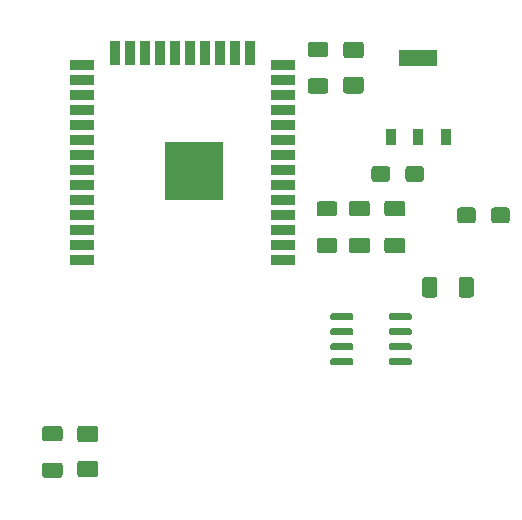
<source format=gbr>
%TF.GenerationSoftware,KiCad,Pcbnew,5.1.10-88a1d61d58~88~ubuntu20.04.1*%
%TF.CreationDate,2021-10-09T14:41:35+11:00*%
%TF.ProjectId,reva,72657661-2e6b-4696-9361-645f70636258,rev?*%
%TF.SameCoordinates,Original*%
%TF.FileFunction,Paste,Top*%
%TF.FilePolarity,Positive*%
%FSLAX46Y46*%
G04 Gerber Fmt 4.6, Leading zero omitted, Abs format (unit mm)*
G04 Created by KiCad (PCBNEW 5.1.10-88a1d61d58~88~ubuntu20.04.1) date 2021-10-09 14:41:35*
%MOMM*%
%LPD*%
G01*
G04 APERTURE LIST*
%ADD10R,2.000000X0.900000*%
%ADD11R,0.900000X2.000000*%
%ADD12R,5.000000X5.000000*%
%ADD13R,3.250000X1.350000*%
%ADD14R,0.950000X1.350000*%
G04 APERTURE END LIST*
%TO.C,C4*%
G36*
G01*
X170850000Y-101074999D02*
X170850000Y-101925001D01*
G75*
G02*
X170600001Y-102175000I-249999J0D01*
G01*
X169524999Y-102175000D01*
G75*
G02*
X169275000Y-101925001I0J249999D01*
G01*
X169275000Y-101074999D01*
G75*
G02*
X169524999Y-100825000I249999J0D01*
G01*
X170600001Y-100825000D01*
G75*
G02*
X170850000Y-101074999I0J-249999D01*
G01*
G37*
G36*
G01*
X173725000Y-101074999D02*
X173725000Y-101925001D01*
G75*
G02*
X173475001Y-102175000I-249999J0D01*
G01*
X172399999Y-102175000D01*
G75*
G02*
X172150000Y-101925001I0J249999D01*
G01*
X172150000Y-101074999D01*
G75*
G02*
X172399999Y-100825000I249999J0D01*
G01*
X173475001Y-100825000D01*
G75*
G02*
X173725000Y-101074999I0J-249999D01*
G01*
G37*
%TD*%
%TO.C,C3*%
G36*
G01*
X163600000Y-97574999D02*
X163600000Y-98425001D01*
G75*
G02*
X163350001Y-98675000I-249999J0D01*
G01*
X162274999Y-98675000D01*
G75*
G02*
X162025000Y-98425001I0J249999D01*
G01*
X162025000Y-97574999D01*
G75*
G02*
X162274999Y-97325000I249999J0D01*
G01*
X163350001Y-97325000D01*
G75*
G02*
X163600000Y-97574999I0J-249999D01*
G01*
G37*
G36*
G01*
X166475000Y-97574999D02*
X166475000Y-98425001D01*
G75*
G02*
X166225001Y-98675000I-249999J0D01*
G01*
X165149999Y-98675000D01*
G75*
G02*
X164900000Y-98425001I0J249999D01*
G01*
X164900000Y-97574999D01*
G75*
G02*
X165149999Y-97325000I249999J0D01*
G01*
X166225001Y-97325000D01*
G75*
G02*
X166475000Y-97574999I0J-249999D01*
G01*
G37*
%TD*%
D10*
%TO.C,U1*%
X137500000Y-105255000D03*
X137500000Y-103985000D03*
X137500000Y-102715000D03*
X137500000Y-101445000D03*
X137500000Y-100175000D03*
X137500000Y-98905000D03*
X137500000Y-97635000D03*
X137500000Y-96365000D03*
X137500000Y-95095000D03*
X137500000Y-93825000D03*
X137500000Y-92555000D03*
X137500000Y-91285000D03*
X137500000Y-90015000D03*
X137500000Y-88745000D03*
D11*
X140285000Y-87745000D03*
X141555000Y-87745000D03*
X142825000Y-87745000D03*
X144095000Y-87745000D03*
X145365000Y-87745000D03*
X146635000Y-87745000D03*
X147905000Y-87745000D03*
X149175000Y-87745000D03*
X150445000Y-87745000D03*
X151715000Y-87745000D03*
D10*
X154500000Y-88745000D03*
X154500000Y-90015000D03*
X154500000Y-91285000D03*
X154500000Y-92555000D03*
X154500000Y-93825000D03*
X154500000Y-95095000D03*
X154500000Y-96365000D03*
X154500000Y-97635000D03*
X154500000Y-98905000D03*
X154500000Y-100175000D03*
X154500000Y-101445000D03*
X154500000Y-102715000D03*
X154500000Y-103985000D03*
X154500000Y-105255000D03*
D12*
X147000000Y-97755000D03*
%TD*%
%TO.C,R4*%
G36*
G01*
X134374999Y-122450000D02*
X135625001Y-122450000D01*
G75*
G02*
X135875000Y-122699999I0J-249999D01*
G01*
X135875000Y-123500001D01*
G75*
G02*
X135625001Y-123750000I-249999J0D01*
G01*
X134374999Y-123750000D01*
G75*
G02*
X134125000Y-123500001I0J249999D01*
G01*
X134125000Y-122699999D01*
G75*
G02*
X134374999Y-122450000I249999J0D01*
G01*
G37*
G36*
G01*
X134374999Y-119350000D02*
X135625001Y-119350000D01*
G75*
G02*
X135875000Y-119599999I0J-249999D01*
G01*
X135875000Y-120400001D01*
G75*
G02*
X135625001Y-120650000I-249999J0D01*
G01*
X134374999Y-120650000D01*
G75*
G02*
X134125000Y-120400001I0J249999D01*
G01*
X134125000Y-119599999D01*
G75*
G02*
X134374999Y-119350000I249999J0D01*
G01*
G37*
%TD*%
%TO.C,D2*%
G36*
G01*
X138625000Y-120725000D02*
X137375000Y-120725000D01*
G75*
G02*
X137125000Y-120475000I0J250000D01*
G01*
X137125000Y-119550000D01*
G75*
G02*
X137375000Y-119300000I250000J0D01*
G01*
X138625000Y-119300000D01*
G75*
G02*
X138875000Y-119550000I0J-250000D01*
G01*
X138875000Y-120475000D01*
G75*
G02*
X138625000Y-120725000I-250000J0D01*
G01*
G37*
G36*
G01*
X138625000Y-123700000D02*
X137375000Y-123700000D01*
G75*
G02*
X137125000Y-123450000I0J250000D01*
G01*
X137125000Y-122525000D01*
G75*
G02*
X137375000Y-122275000I250000J0D01*
G01*
X138625000Y-122275000D01*
G75*
G02*
X138875000Y-122525000I0J-250000D01*
G01*
X138875000Y-123450000D01*
G75*
G02*
X138625000Y-123700000I-250000J0D01*
G01*
G37*
%TD*%
%TO.C,R2*%
G36*
G01*
X158125001Y-88100000D02*
X156874999Y-88100000D01*
G75*
G02*
X156625000Y-87850001I0J249999D01*
G01*
X156625000Y-87049999D01*
G75*
G02*
X156874999Y-86800000I249999J0D01*
G01*
X158125001Y-86800000D01*
G75*
G02*
X158375000Y-87049999I0J-249999D01*
G01*
X158375000Y-87850001D01*
G75*
G02*
X158125001Y-88100000I-249999J0D01*
G01*
G37*
G36*
G01*
X158125001Y-91200000D02*
X156874999Y-91200000D01*
G75*
G02*
X156625000Y-90950001I0J249999D01*
G01*
X156625000Y-90149999D01*
G75*
G02*
X156874999Y-89900000I249999J0D01*
G01*
X158125001Y-89900000D01*
G75*
G02*
X158375000Y-90149999I0J-249999D01*
G01*
X158375000Y-90950001D01*
G75*
G02*
X158125001Y-91200000I-249999J0D01*
G01*
G37*
%TD*%
%TO.C,D1*%
G36*
G01*
X159875000Y-89775000D02*
X161125000Y-89775000D01*
G75*
G02*
X161375000Y-90025000I0J-250000D01*
G01*
X161375000Y-90950000D01*
G75*
G02*
X161125000Y-91200000I-250000J0D01*
G01*
X159875000Y-91200000D01*
G75*
G02*
X159625000Y-90950000I0J250000D01*
G01*
X159625000Y-90025000D01*
G75*
G02*
X159875000Y-89775000I250000J0D01*
G01*
G37*
G36*
G01*
X159875000Y-86800000D02*
X161125000Y-86800000D01*
G75*
G02*
X161375000Y-87050000I0J-250000D01*
G01*
X161375000Y-87975000D01*
G75*
G02*
X161125000Y-88225000I-250000J0D01*
G01*
X159875000Y-88225000D01*
G75*
G02*
X159625000Y-87975000I0J250000D01*
G01*
X159625000Y-87050000D01*
G75*
G02*
X159875000Y-86800000I250000J0D01*
G01*
G37*
%TD*%
D13*
%TO.C,IC1*%
X166000000Y-88150000D03*
D14*
X168300000Y-94850000D03*
X166000000Y-94850000D03*
X163700000Y-94850000D03*
%TD*%
%TO.C,R3*%
G36*
G01*
X169400000Y-108225001D02*
X169400000Y-106974999D01*
G75*
G02*
X169649999Y-106725000I249999J0D01*
G01*
X170450001Y-106725000D01*
G75*
G02*
X170700000Y-106974999I0J-249999D01*
G01*
X170700000Y-108225001D01*
G75*
G02*
X170450001Y-108475000I-249999J0D01*
G01*
X169649999Y-108475000D01*
G75*
G02*
X169400000Y-108225001I0J249999D01*
G01*
G37*
G36*
G01*
X166300000Y-108225001D02*
X166300000Y-106974999D01*
G75*
G02*
X166549999Y-106725000I249999J0D01*
G01*
X167350001Y-106725000D01*
G75*
G02*
X167600000Y-106974999I0J-249999D01*
G01*
X167600000Y-108225001D01*
G75*
G02*
X167350001Y-108475000I-249999J0D01*
G01*
X166549999Y-108475000D01*
G75*
G02*
X166300000Y-108225001I0J249999D01*
G01*
G37*
%TD*%
%TO.C,U2*%
G36*
G01*
X163500000Y-110245000D02*
X163500000Y-109945000D01*
G75*
G02*
X163650000Y-109795000I150000J0D01*
G01*
X165300000Y-109795000D01*
G75*
G02*
X165450000Y-109945000I0J-150000D01*
G01*
X165450000Y-110245000D01*
G75*
G02*
X165300000Y-110395000I-150000J0D01*
G01*
X163650000Y-110395000D01*
G75*
G02*
X163500000Y-110245000I0J150000D01*
G01*
G37*
G36*
G01*
X163500000Y-111515000D02*
X163500000Y-111215000D01*
G75*
G02*
X163650000Y-111065000I150000J0D01*
G01*
X165300000Y-111065000D01*
G75*
G02*
X165450000Y-111215000I0J-150000D01*
G01*
X165450000Y-111515000D01*
G75*
G02*
X165300000Y-111665000I-150000J0D01*
G01*
X163650000Y-111665000D01*
G75*
G02*
X163500000Y-111515000I0J150000D01*
G01*
G37*
G36*
G01*
X163500000Y-112785000D02*
X163500000Y-112485000D01*
G75*
G02*
X163650000Y-112335000I150000J0D01*
G01*
X165300000Y-112335000D01*
G75*
G02*
X165450000Y-112485000I0J-150000D01*
G01*
X165450000Y-112785000D01*
G75*
G02*
X165300000Y-112935000I-150000J0D01*
G01*
X163650000Y-112935000D01*
G75*
G02*
X163500000Y-112785000I0J150000D01*
G01*
G37*
G36*
G01*
X163500000Y-114055000D02*
X163500000Y-113755000D01*
G75*
G02*
X163650000Y-113605000I150000J0D01*
G01*
X165300000Y-113605000D01*
G75*
G02*
X165450000Y-113755000I0J-150000D01*
G01*
X165450000Y-114055000D01*
G75*
G02*
X165300000Y-114205000I-150000J0D01*
G01*
X163650000Y-114205000D01*
G75*
G02*
X163500000Y-114055000I0J150000D01*
G01*
G37*
G36*
G01*
X158550000Y-114055000D02*
X158550000Y-113755000D01*
G75*
G02*
X158700000Y-113605000I150000J0D01*
G01*
X160350000Y-113605000D01*
G75*
G02*
X160500000Y-113755000I0J-150000D01*
G01*
X160500000Y-114055000D01*
G75*
G02*
X160350000Y-114205000I-150000J0D01*
G01*
X158700000Y-114205000D01*
G75*
G02*
X158550000Y-114055000I0J150000D01*
G01*
G37*
G36*
G01*
X158550000Y-112785000D02*
X158550000Y-112485000D01*
G75*
G02*
X158700000Y-112335000I150000J0D01*
G01*
X160350000Y-112335000D01*
G75*
G02*
X160500000Y-112485000I0J-150000D01*
G01*
X160500000Y-112785000D01*
G75*
G02*
X160350000Y-112935000I-150000J0D01*
G01*
X158700000Y-112935000D01*
G75*
G02*
X158550000Y-112785000I0J150000D01*
G01*
G37*
G36*
G01*
X158550000Y-111515000D02*
X158550000Y-111215000D01*
G75*
G02*
X158700000Y-111065000I150000J0D01*
G01*
X160350000Y-111065000D01*
G75*
G02*
X160500000Y-111215000I0J-150000D01*
G01*
X160500000Y-111515000D01*
G75*
G02*
X160350000Y-111665000I-150000J0D01*
G01*
X158700000Y-111665000D01*
G75*
G02*
X158550000Y-111515000I0J150000D01*
G01*
G37*
G36*
G01*
X158550000Y-110245000D02*
X158550000Y-109945000D01*
G75*
G02*
X158700000Y-109795000I150000J0D01*
G01*
X160350000Y-109795000D01*
G75*
G02*
X160500000Y-109945000I0J-150000D01*
G01*
X160500000Y-110245000D01*
G75*
G02*
X160350000Y-110395000I-150000J0D01*
G01*
X158700000Y-110395000D01*
G75*
G02*
X158550000Y-110245000I0J150000D01*
G01*
G37*
%TD*%
%TO.C,R1*%
G36*
G01*
X157624999Y-103400000D02*
X158875001Y-103400000D01*
G75*
G02*
X159125000Y-103649999I0J-249999D01*
G01*
X159125000Y-104450001D01*
G75*
G02*
X158875001Y-104700000I-249999J0D01*
G01*
X157624999Y-104700000D01*
G75*
G02*
X157375000Y-104450001I0J249999D01*
G01*
X157375000Y-103649999D01*
G75*
G02*
X157624999Y-103400000I249999J0D01*
G01*
G37*
G36*
G01*
X157624999Y-100300000D02*
X158875001Y-100300000D01*
G75*
G02*
X159125000Y-100549999I0J-249999D01*
G01*
X159125000Y-101350001D01*
G75*
G02*
X158875001Y-101600000I-249999J0D01*
G01*
X157624999Y-101600000D01*
G75*
G02*
X157375000Y-101350001I0J249999D01*
G01*
X157375000Y-100549999D01*
G75*
G02*
X157624999Y-100300000I249999J0D01*
G01*
G37*
%TD*%
%TO.C,C2*%
G36*
G01*
X161650003Y-101600000D02*
X160349997Y-101600000D01*
G75*
G02*
X160100000Y-101350003I0J249997D01*
G01*
X160100000Y-100524997D01*
G75*
G02*
X160349997Y-100275000I249997J0D01*
G01*
X161650003Y-100275000D01*
G75*
G02*
X161900000Y-100524997I0J-249997D01*
G01*
X161900000Y-101350003D01*
G75*
G02*
X161650003Y-101600000I-249997J0D01*
G01*
G37*
G36*
G01*
X161650003Y-104725000D02*
X160349997Y-104725000D01*
G75*
G02*
X160100000Y-104475003I0J249997D01*
G01*
X160100000Y-103649997D01*
G75*
G02*
X160349997Y-103400000I249997J0D01*
G01*
X161650003Y-103400000D01*
G75*
G02*
X161900000Y-103649997I0J-249997D01*
G01*
X161900000Y-104475003D01*
G75*
G02*
X161650003Y-104725000I-249997J0D01*
G01*
G37*
%TD*%
%TO.C,C1*%
G36*
G01*
X164650003Y-101600000D02*
X163349997Y-101600000D01*
G75*
G02*
X163100000Y-101350003I0J249997D01*
G01*
X163100000Y-100524997D01*
G75*
G02*
X163349997Y-100275000I249997J0D01*
G01*
X164650003Y-100275000D01*
G75*
G02*
X164900000Y-100524997I0J-249997D01*
G01*
X164900000Y-101350003D01*
G75*
G02*
X164650003Y-101600000I-249997J0D01*
G01*
G37*
G36*
G01*
X164650003Y-104725000D02*
X163349997Y-104725000D01*
G75*
G02*
X163100000Y-104475003I0J249997D01*
G01*
X163100000Y-103649997D01*
G75*
G02*
X163349997Y-103400000I249997J0D01*
G01*
X164650003Y-103400000D01*
G75*
G02*
X164900000Y-103649997I0J-249997D01*
G01*
X164900000Y-104475003D01*
G75*
G02*
X164650003Y-104725000I-249997J0D01*
G01*
G37*
%TD*%
M02*

</source>
